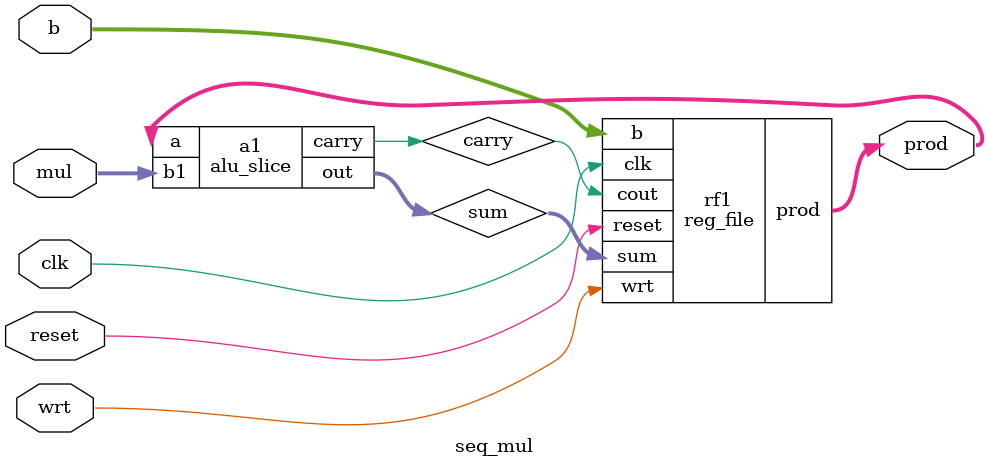
<source format=v>

module read_reg (input wire clk,wrt, input wire [15:0] x,input wire [7:0] b, output wire [15:0] y);

    mux2 m1(x[0],b[0],wrt,y[0]);
    mux2 m2(x[1],b[1],wrt,y[1]);
    mux2 m3(x[2],b[2],wrt,y[2]);
    mux2 m4(x[3],b[3],wrt,y[3]);
    mux2 m5(x[4],b[4],wrt,y[4]);
    mux2 m6(x[5],b[5],wrt,y[5]);
    mux2 m7(x[6],b[6],wrt,y[6]);
    mux2 m8(x[7],b[7],wrt,y[7]);
    mux2 m9(x[8],1'b0,wrt,y[8]);
    mux2 m10(x[9],1'b0,wrt,y[9]);
    mux2 m11(x[10],1'b0,wrt,y[10]);
    mux2 m12(x[11],1'b0,wrt,y[11]);
    mux2 m13(x[12],1'b0,wrt,y[12]);
    mux2 m14(x[13],1'b0,wrt,y[13]);
    mux2 m15(x[14],1'b0,wrt,y[14]);
    mux2 m16(x[15],1'b0,wrt,y[15]);
endmodule

module write_reg(input wire clk,reset,cout, input wire [15:0] sum,output [15:0] out);

    dfrl d0(clk,reset,1'b1,sum[1],out[0]);
    dfrl d1(clk,reset,1'b1,sum[2],out[1]);
    dfrl d2(clk,reset,1'b1,sum[3],out[2]);
    dfrl d3(clk,reset,1'b1,sum[4],out[3]);
    dfrl d4(clk,reset,1'b1,sum[5],out[4]);
    dfrl d5(clk,reset,1'b1,sum[6],out[5]);
    dfrl d6(clk,reset,1'b1,sum[7],out[6]);
    dfrl d7(clk,reset,1'b1,sum[8],out[7]);
    dfrl d8(clk,reset,1'b1,sum[9],out[8]);
    dfrl d9(clk,reset,1'b1,sum[10],out[9]);
    dfrl d10(clk,reset,1'b1,sum[11],out[10]);
    dfrl d11(clk,reset,1'b1,sum[12],out[11]);
    dfrl d12(clk,reset,1'b1,sum[13],out[12]);
    dfrl d13(clk,reset,1'b1,sum[14],out[13]);
    dfrl d14(clk,reset,1'b1,sum[15],out[14]);
    dfrl d15(clk,reset,1'b1,cout,out[15]);
endmodule

module alu_slice(input wire[15:0] a,input wire[7:0] b1,output wire [15:0] out,output wire carry);

    assign out[0] = a[0];
    assign out[1] = a[1];
    assign out[2] = a[2];
    assign out[3] = a[3];
    assign out[4] = a[4];
    assign out[5] = a[5];
    assign out[6] = a[6];
    assign out[7] = a[7];

    wire [7:0]b;
    and2 a0(a[0],b1[0],b[0]);
    and2 a1(a[0],b1[1],b[1]);
    and2 a2(a[0],b1[2],b[2]);
    and2 a3(a[0],b1[3],b[3]);
    and2 a4(a[0],b1[4],b[4]);
    and2 a5(a[0],b1[5],b[5]);
    and2 a6(a[0],b1[6],b[6]);
    and2 a7(a[0],b1[7],b[7]);

    wire [6:0] c; 
    fa fa0(a[8],b[0],1'b0,out[8],c[0]);
    fa fa1(a[9],b[1],c[0],out[9],c[1]);
    fa fa2(a[10],b[2],c[1],out[10],c[2]);
    fa fa3(a[11],b[3],c[2],out[11],c[3]);
    fa fa4(a[12],b[4],c[3],out[12],c[4]);
    fa fa5(a[13],b[5],c[4],out[13],c[5]);
    fa fa6(a[14],b[6],c[5],out[14],c[6]);
    fa fa7(a[15],b[7],c[6],out[15],carry);
endmodule


module fa (input wire i0, i1, cin, output wire sum, cout);
   wire t0, t1, t2;
   xor3 _x0 (i0, i1, cin, sum);
   and2 _a0 (i0, i1, t0);
   and2 _a1 (i1, cin, t1);
   and2 _a2 (cin, i0, t2);
   or3 _o0 (t0, t1, t2, cout);
endmodule

module reg_file(input wire clk,reset,wrt,cout,input wire [7:0]b,input wire[15:0] sum,output wire [15:0] prod);
    wire [15:0] r0;
    read_reg re1(clk,wrt,r0,b,prod);
    write_reg w1(clk,reset,cout,sum,r0);
endmodule

module seq_mul (input wire clk,wrt,reset, input wire [7:0] mul,b,output wire [15:0] prod);
    wire [15:0]sum;
    wire carry;
    alu_slice a1(prod,mul,sum,carry);
    reg_file rf1(clk,reset,wrt,carry,b,sum,prod);
endmodule
</source>
